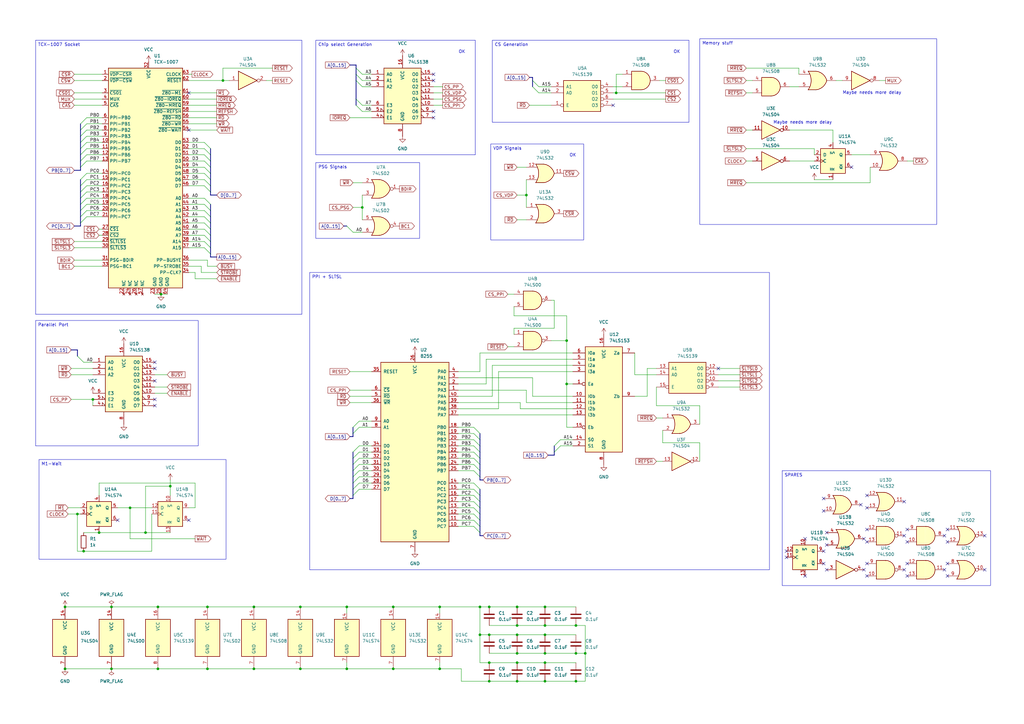
<source format=kicad_sch>
(kicad_sch (version 20231120) (generator "eeschema") (generator_version "8.0")
  (paper "A3")
  (title_block (title "Toshiba TCX 1007 Replacement") (date "2024-10-27") (rev "0"))
  (junction (at 223.52 279.4))
  (junction (at 91.44 33.02))
  (junction (at 31.75 210.82))
  (junction (at 161.29 274.32))
  (junction (at 180.34 248.92))
  (junction (at 66.04 120.65))
  (junction (at 59.69 218.44))
  (junction (at 223.52 248.92))
  (junction (at 236.22 279.4))
  (junction (at 69.85 199.39))
  (junction (at 34.29 226.06))
  (junction (at 200.66 271.78))
  (junction (at 236.22 267.97))
  (junction (at 85.09 274.32))
  (junction (at 64.77 248.92))
  (junction (at 212.09 260.35))
  (junction (at 200.66 248.92))
  (junction (at 26.67 248.92))
  (junction (at 212.09 256.54))
  (junction (at 200.66 260.35))
  (junction (at 142.24 248.92))
  (junction (at 161.29 248.92))
  (junction (at 142.24 274.32))
  (junction (at 123.19 274.32))
  (junction (at 223.52 267.97))
  (junction (at 223.52 260.35))
  (junction (at 45.72 248.92))
  (junction (at 104.14 248.92))
  (junction (at 212.09 248.92))
  (junction (at 123.19 248.92))
  (junction (at 236.22 256.54))
  (junction (at 240.03 267.97))
  (junction (at 40.64 218.44))
  (junction (at 38.1 163.83))
  (junction (at 212.09 279.4))
  (junction (at 45.72 274.32))
  (junction (at 196.85 248.92))
  (junction (at 212.09 271.78))
  (junction (at 223.52 271.78))
  (junction (at 212.09 267.97))
  (junction (at 53.34 208.28))
  (junction (at 252.73 38.1))
  (junction (at 85.09 248.92))
  (junction (at 26.67 274.32))
  (junction (at 200.66 279.4))
  (junction (at 232.41 139.7))
  (junction (at 215.9 80.01))
  (junction (at 232.41 157.48))
  (junction (at 223.52 256.54))
  (junction (at 196.85 260.35))
  (junction (at 64.77 274.32))
  (junction (at 180.34 274.32))
  (junction (at 148.59 85.09))
  (junction (at 104.14 274.32))
  (no_connect (at 354.33 233.68))
  (no_connect (at 354.33 220.98))
  (no_connect (at 372.11 236.22))
  (no_connect (at 77.47 38.1))
  (no_connect (at 177.8 45.72))
  (no_connect (at 388.62 231.14))
  (no_connect (at 63.5 156.21))
  (no_connect (at 388.62 222.25))
  (no_connect (at 337.82 209.55))
  (no_connect (at 370.84 219.71))
  (no_connect (at 337.82 204.47))
  (no_connect (at 370.84 233.68))
  (no_connect (at 339.09 218.44))
  (no_connect (at 330.2 236.22))
  (no_connect (at 63.5 163.83))
  (no_connect (at 403.86 233.68))
  (no_connect (at 330.2 220.98))
  (no_connect (at 63.5 166.37))
  (no_connect (at 388.62 217.17))
  (no_connect (at 63.5 151.13))
  (no_connect (at 372.11 217.17))
  (no_connect (at 372.11 231.14))
  (no_connect (at 339.09 223.52))
  (no_connect (at 387.35 219.71))
  (no_connect (at 294.64 151.13))
  (no_connect (at 339.09 233.68))
  (no_connect (at 63.5 148.59))
  (no_connect (at 251.46 43.18))
  (no_connect (at 337.82 231.14))
  (no_connect (at 372.11 222.25))
  (no_connect (at 355.6 217.17))
  (no_connect (at 370.84 205.74))
  (no_connect (at 355.6 222.25))
  (no_connect (at 177.8 33.02))
  (no_connect (at 322.58 226.06))
  (no_connect (at 48.26 213.36))
  (no_connect (at 388.62 236.22))
  (no_connect (at 387.35 233.68))
  (no_connect (at 177.8 48.26))
  (no_connect (at 349.25 68.58))
  (no_connect (at 322.58 228.6))
  (no_connect (at 177.8 30.48))
  (no_connect (at 403.86 219.71))
  (no_connect (at 77.47 53.34))
  (no_connect (at 355.6 236.22))
  (no_connect (at 355.6 208.28))
  (no_connect (at 355.6 231.14))
  (no_connect (at 77.47 213.36))
  (no_connect (at 337.82 226.06))
  (no_connect (at 355.6 203.2))
  (no_connect (at 353.06 207.01))
  (bus_entry (at 229.87 182.88) (size -2.54 2.54))
  (bus_entry (at 194.31 177.8) (size 2.54 2.54))
  (bus_entry (at 83.82 73.66) (size 2.54 2.54))
  (bus_entry (at 194.31 213.36) (size 2.54 2.54))
  (bus_entry (at 194.31 187.96) (size 2.54 2.54))
  (bus_entry (at 83.82 68.58) (size 2.54 2.54))
  (bus_entry (at 194.31 205.74) (size 2.54 2.54))
  (bus_entry (at 148.59 35.56) (size -2.54 -2.54))
  (bus_entry (at 147.32 200.66) (size -2.54 2.54))
  (bus_entry (at 194.31 193.04) (size 2.54 2.54))
  (bus_entry (at 194.31 208.28) (size 2.54 2.54))
  (bus_entry (at 194.31 175.26) (size 2.54 2.54))
  (bus_entry (at 35.56 50.8) (size -2.54 2.54))
  (bus_entry (at 144.78 95.25) (size -2.54 -2.54))
  (bus_entry (at 35.56 73.66) (size -2.54 2.54))
  (bus_entry (at 194.31 215.9) (size 2.54 2.54))
  (bus_entry (at 83.82 71.12) (size 2.54 2.54))
  (bus_entry (at 83.82 99.06) (size 2.54 2.54))
  (bus_entry (at 35.56 48.26) (size -2.54 2.54))
  (bus_entry (at 147.32 193.04) (size -2.54 2.54))
  (bus_entry (at 148.59 45.72) (size -2.54 -2.54))
  (bus_entry (at 194.31 185.42) (size 2.54 2.54))
  (bus_entry (at 194.31 203.2) (size 2.54 2.54))
  (bus_entry (at 83.82 66.04) (size 2.54 2.54))
  (bus_entry (at 35.56 88.9) (size -2.54 2.54))
  (bus_entry (at 194.31 180.34) (size 2.54 2.54))
  (bus_entry (at 35.56 83.82) (size -2.54 2.54))
  (bus_entry (at 148.59 33.02) (size -2.54 -2.54))
  (bus_entry (at 194.31 210.82) (size 2.54 2.54))
  (bus_entry (at 220.98 35.56) (size -2.54 -2.54))
  (bus_entry (at 83.82 63.5) (size 2.54 2.54))
  (bus_entry (at 35.56 78.74) (size -2.54 2.54))
  (bus_entry (at 147.32 190.5) (size -2.54 2.54))
  (bus_entry (at 83.82 83.82) (size 2.54 2.54))
  (bus_entry (at 83.82 58.42) (size 2.54 2.54))
  (bus_entry (at 35.56 58.42) (size -2.54 2.54))
  (bus_entry (at 194.31 182.88) (size 2.54 2.54))
  (bus_entry (at 229.87 180.34) (size -2.54 2.54))
  (bus_entry (at 147.32 187.96) (size -2.54 2.54))
  (bus_entry (at 147.32 172.72) (size -2.54 2.54))
  (bus_entry (at 148.59 43.18) (size -2.54 -2.54))
  (bus_entry (at 35.56 76.2) (size -2.54 2.54))
  (bus_entry (at 194.31 198.12) (size 2.54 2.54))
  (bus_entry (at 35.56 86.36) (size -2.54 2.54))
  (bus_entry (at 34.29 148.59) (size -2.54 -2.54))
  (bus_entry (at 220.98 38.1) (size -2.54 -2.54))
  (bus_entry (at 83.82 101.6) (size 2.54 2.54))
  (bus_entry (at 83.82 76.2) (size 2.54 2.54))
  (bus_entry (at 83.82 88.9) (size 2.54 2.54))
  (bus_entry (at 83.82 81.28) (size 2.54 2.54))
  (bus_entry (at 147.32 195.58) (size -2.54 2.54))
  (bus_entry (at 83.82 93.98) (size 2.54 2.54))
  (bus_entry (at 83.82 91.44) (size 2.54 2.54))
  (bus_entry (at 35.56 71.12) (size -2.54 2.54))
  (bus_entry (at 35.56 66.04) (size -2.54 2.54))
  (bus_entry (at 147.32 175.26) (size -2.54 2.54))
  (bus_entry (at 148.59 30.48) (size -2.54 -2.54))
  (bus_entry (at 147.32 182.88) (size -2.54 2.54))
  (bus_entry (at 35.56 55.88) (size -2.54 2.54))
  (bus_entry (at 35.56 53.34) (size -2.54 2.54))
  (bus_entry (at 144.78 187.96) (size 2.54 -2.54))
  (bus_entry (at 194.31 200.66) (size 2.54 2.54))
  (bus_entry (at 35.56 81.28) (size -2.54 2.54))
  (bus_entry (at 35.56 63.5) (size -2.54 2.54))
  (bus_entry (at 147.32 198.12) (size -2.54 2.54))
  (bus_entry (at 194.31 190.5) (size 2.54 2.54))
  (bus_entry (at 35.56 60.96) (size -2.54 2.54))
  (bus_entry (at 83.82 60.96) (size 2.54 2.54))
  (bus_entry (at 83.82 96.52) (size 2.54 2.54))
  (bus_entry (at 83.82 86.36) (size 2.54 2.54))
  (wire (pts (xy 180.34 271.78) (xy 180.34 274.32)))
  (wire (pts (xy 265.43 151.13) (xy 269.24 151.13)))
  (wire (pts (xy 35.56 48.26) (xy 41.91 48.26)))
  (wire (pts (xy 215.9 160.02) (xy 215.9 165.1)))
  (wire (pts (xy 142.24 274.32) (xy 142.24 271.78)))
  (wire (pts (xy 31.75 210.82) (xy 31.75 226.06)))
  (bus (pts (xy 29.21 143.51) (xy 31.75 143.51)))
  (wire (pts (xy 187.96 165.1) (xy 213.36 165.1)))
  (wire (pts (xy 85.09 248.92) (xy 104.14 248.92)))
  (wire (pts (xy 187.96 157.48) (xy 199.39 157.48)))
  (wire (pts (xy 77.47 68.58) (xy 83.82 68.58)))
  (wire (pts (xy 269.24 171.45) (xy 271.78 171.45)))
  (bus (pts (xy 33.02 81.28) (xy 33.02 83.82)))
  (wire (pts (xy 80.01 114.3) (xy 88.9 114.3)))
  (wire (pts (xy 240.03 279.4) (xy 236.22 279.4)))
  (bus (pts (xy 33.02 92.71) (xy 30.48 92.71)))
  (bus (pts (xy 86.36 83.82) (xy 86.36 86.36)))
  (wire (pts (xy 187.96 190.5) (xy 194.31 190.5)))
  (bus (pts (xy 33.02 55.88) (xy 33.02 58.42)))
  (wire (pts (xy 77.47 88.9) (xy 83.82 88.9)))
  (wire (pts (xy 148.59 33.02) (xy 152.4 33.02)))
  (wire (pts (xy 78.74 30.48) (xy 77.47 30.48)))
  (wire (pts (xy 77.47 83.82) (xy 83.82 83.82)))
  (wire (pts (xy 220.98 38.1) (xy 226.06 38.1)))
  (bus (pts (xy 146.05 43.18) (xy 146.05 40.64)))
  (wire (pts (xy 80.01 111.76) (xy 80.01 114.3)))
  (bus (pts (xy 196.85 218.44) (xy 196.85 219.71)))
  (bus (pts (xy 196.85 185.42) (xy 196.85 187.96)))
  (wire (pts (xy 212.09 80.01) (xy 215.9 80.01)))
  (bus (pts (xy 86.36 60.96) (xy 86.36 63.5)))
  (bus (pts (xy 196.85 205.74) (xy 196.85 208.28)))
  (wire (pts (xy 177.8 40.64) (xy 181.61 40.64)))
  (wire (pts (xy 187.96 162.56) (xy 201.93 162.56)))
  (wire (pts (xy 48.26 208.28) (xy 53.34 208.28)))
  (wire (pts (xy 45.72 248.92) (xy 64.77 248.92)))
  (wire (pts (xy 77.47 71.12) (xy 83.82 71.12)))
  (wire (pts (xy 77.47 101.6) (xy 83.82 101.6)))
  (wire (pts (xy 35.56 71.12) (xy 41.91 71.12)))
  (wire (pts (xy 77.47 58.42) (xy 83.82 58.42)))
  (wire (pts (xy 147.32 200.66) (xy 152.4 200.66)))
  (wire (pts (xy 306.07 74.93) (xy 356.87 74.93)))
  (wire (pts (xy 187.96 210.82) (xy 194.31 210.82)))
  (wire (pts (xy 269.24 166.37) (xy 287.02 166.37)))
  (wire (pts (xy 187.96 180.34) (xy 194.31 180.34)))
  (wire (pts (xy 236.22 267.97) (xy 240.03 267.97)))
  (bus (pts (xy 196.85 215.9) (xy 196.85 218.44)))
  (bus (pts (xy 33.02 86.36) (xy 33.02 88.9)))
  (wire (pts (xy 27.94 210.82) (xy 31.75 210.82)))
  (wire (pts (xy 306.07 33.02) (xy 308.61 33.02)))
  (wire (pts (xy 212.09 90.17) (xy 215.9 90.17)))
  (wire (pts (xy 240.03 256.54) (xy 240.03 267.97)))
  (wire (pts (xy 196.85 271.78) (xy 200.66 271.78)))
  (wire (pts (xy 251.46 40.64) (xy 273.05 40.64)))
  (wire (pts (xy 34.29 148.59) (xy 38.1 148.59)))
  (wire (pts (xy 64.77 248.92) (xy 85.09 248.92)))
  (wire (pts (xy 77.47 99.06) (xy 83.82 99.06)))
  (wire (pts (xy 251.46 35.56) (xy 255.27 35.56)))
  (wire (pts (xy 177.8 43.18) (xy 181.61 43.18)))
  (wire (pts (xy 77.47 53.34) (xy 88.9 53.34)))
  (wire (pts (xy 77.47 106.68) (xy 85.09 106.68)))
  (bus (pts (xy 33.02 63.5) (xy 33.02 66.04)))
  (wire (pts (xy 144.78 74.93) (xy 148.59 74.93)))
  (bus (pts (xy 86.36 66.04) (xy 86.36 68.58)))
  (wire (pts (xy 35.56 88.9) (xy 41.91 88.9)))
  (bus (pts (xy 86.36 99.06) (xy 86.36 101.6)))
  (bus (pts (xy 86.36 86.36) (xy 86.36 88.9)))
  (wire (pts (xy 82.55 111.76) (xy 88.9 111.76)))
  (wire (pts (xy 147.32 175.26) (xy 152.4 175.26)))
  (wire (pts (xy 341.63 53.34) (xy 341.63 58.42)))
  (bus (pts (xy 144.78 204.47) (xy 144.78 203.2)))
  (wire (pts (xy 323.85 35.56) (xy 327.66 35.56)))
  (wire (pts (xy 35.56 78.74) (xy 41.91 78.74)))
  (bus (pts (xy 86.36 105.41) (xy 88.9 105.41)))
  (bus (pts (xy 144.78 198.12) (xy 144.78 200.66)))
  (wire (pts (xy 215.9 73.66) (xy 215.9 80.01)))
  (bus (pts (xy 146.05 33.02) (xy 146.05 30.48)))
  (bus (pts (xy 144.78 185.42) (xy 144.78 187.96)))
  (wire (pts (xy 26.67 248.92) (xy 45.72 248.92)))
  (wire (pts (xy 40.64 198.12) (xy 40.64 203.2)))
  (wire (pts (xy 144.78 85.09) (xy 148.59 85.09)))
  (wire (pts (xy 77.47 50.8) (xy 88.9 50.8)))
  (wire (pts (xy 77.47 73.66) (xy 83.82 73.66)))
  (wire (pts (xy 35.56 50.8) (xy 41.91 50.8)))
  (bus (pts (xy 196.85 182.88) (xy 196.85 185.42)))
  (wire (pts (xy 204.47 167.64) (xy 204.47 152.4)))
  (wire (pts (xy 236.22 279.4) (xy 223.52 279.4)))
  (wire (pts (xy 187.96 160.02) (xy 215.9 160.02)))
  (wire (pts (xy 77.47 76.2) (xy 83.82 76.2)))
  (wire (pts (xy 223.52 271.78) (xy 236.22 271.78)))
  (wire (pts (xy 212.09 271.78) (xy 223.52 271.78)))
  (wire (pts (xy 29.21 163.83) (xy 38.1 163.83)))
  (bus (pts (xy 196.85 210.82) (xy 196.85 213.36)))
  (wire (pts (xy 187.96 154.94) (xy 218.44 154.94)))
  (bus (pts (xy 33.02 78.74) (xy 33.02 81.28)))
  (wire (pts (xy 232.41 175.26) (xy 232.41 157.48)))
  (wire (pts (xy 187.96 152.4) (xy 196.85 152.4)))
  (wire (pts (xy 306.07 60.96) (xy 334.01 60.96)))
  (wire (pts (xy 63.5 120.65) (xy 66.04 120.65)))
  (wire (pts (xy 30.48 33.02) (xy 41.91 33.02)))
  (wire (pts (xy 271.78 181.61) (xy 287.02 181.61)))
  (wire (pts (xy 323.85 66.04) (xy 334.01 66.04)))
  (wire (pts (xy 53.34 208.28) (xy 62.23 208.28)))
  (bus (pts (xy 33.02 88.9) (xy 33.02 91.44)))
  (wire (pts (xy 180.34 248.92) (xy 180.34 251.46)))
  (wire (pts (xy 236.22 256.54) (xy 240.03 256.54)))
  (wire (pts (xy 77.47 81.28) (xy 83.82 81.28)))
  (wire (pts (xy 270.51 33.02) (xy 273.05 33.02)))
  (wire (pts (xy 69.85 199.39) (xy 59.69 199.39)))
  (wire (pts (xy 215.9 80.01) (xy 215.9 85.09)))
  (wire (pts (xy 255.27 30.48) (xy 252.73 30.48)))
  (wire (pts (xy 80.01 208.28) (xy 80.01 198.12)))
  (bus (pts (xy 86.36 71.12) (xy 86.36 73.66)))
  (wire (pts (xy 77.47 86.36) (xy 83.82 86.36)))
  (wire (pts (xy 232.41 139.7) (xy 232.41 157.48)))
  (wire (pts (xy 200.66 260.35) (xy 212.09 260.35)))
  (wire (pts (xy 177.8 38.1) (xy 181.61 38.1)))
  (wire (pts (xy 64.77 274.32) (xy 85.09 274.32)))
  (bus (pts (xy 196.85 177.8) (xy 196.85 180.34)))
  (wire (pts (xy 59.69 218.44) (xy 69.85 218.44)))
  (bus (pts (xy 33.02 76.2) (xy 33.02 78.74)))
  (wire (pts (xy 234.95 175.26) (xy 232.41 175.26)))
  (wire (pts (xy 109.22 33.02) (xy 111.76 33.02)))
  (wire (pts (xy 204.47 152.4) (xy 234.95 152.4)))
  (wire (pts (xy 63.5 161.29) (xy 68.58 161.29)))
  (wire (pts (xy 187.96 170.18) (xy 234.95 170.18)))
  (wire (pts (xy 77.47 91.44) (xy 83.82 91.44)))
  (wire (pts (xy 143.51 160.02) (xy 152.4 160.02)))
  (wire (pts (xy 229.87 180.34) (xy 234.95 180.34)))
  (wire (pts (xy 260.35 153.67) (xy 269.24 153.67)))
  (wire (pts (xy 148.59 35.56) (xy 152.4 35.56)))
  (bus (pts (xy 224.79 186.69) (xy 227.33 186.69)))
  (wire (pts (xy 323.85 53.34) (xy 341.63 53.34)))
  (wire (pts (xy 147.32 198.12) (xy 152.4 198.12)))
  (wire (pts (xy 260.35 144.78) (xy 260.35 153.67)))
  (wire (pts (xy 210.82 134.62) (xy 210.82 137.16)))
  (wire (pts (xy 342.9 33.02) (xy 345.44 33.02)))
  (wire (pts (xy 35.56 53.34) (xy 41.91 53.34)))
  (wire (pts (xy 77.47 93.98) (xy 83.82 93.98)))
  (bus (pts (xy 144.78 193.04) (xy 144.78 195.58)))
  (wire (pts (xy 187.96 177.8) (xy 194.31 177.8)))
  (wire (pts (xy 306.07 38.1) (xy 308.61 38.1)))
  (wire (pts (xy 196.85 248.92) (xy 200.66 248.92)))
  (wire (pts (xy 229.87 182.88) (xy 234.95 182.88)))
  (bus (pts (xy 196.85 203.2) (xy 196.85 205.74)))
  (wire (pts (xy 252.73 38.1) (xy 273.05 38.1)))
  (wire (pts (xy 196.85 144.78) (xy 234.95 144.78)))
  (bus (pts (xy 196.85 208.28) (xy 196.85 210.82)))
  (wire (pts (xy 227.33 134.62) (xy 210.82 134.62)))
  (wire (pts (xy 187.96 198.12) (xy 194.31 198.12)))
  (wire (pts (xy 91.44 33.02) (xy 93.98 33.02)))
  (wire (pts (xy 260.35 162.56) (xy 265.43 162.56)))
  (wire (pts (xy 294.64 153.67) (xy 303.53 153.67)))
  (wire (pts (xy 196.85 260.35) (xy 200.66 260.35)))
  (wire (pts (xy 217.17 43.18) (xy 226.06 43.18)))
  (bus (pts (xy 146.05 40.64) (xy 146.05 33.02)))
  (wire (pts (xy 148.59 30.48) (xy 152.4 30.48)))
  (bus (pts (xy 146.05 30.48) (xy 146.05 27.94)))
  (wire (pts (xy 180.34 248.92) (xy 196.85 248.92)))
  (wire (pts (xy 148.59 80.01) (xy 148.59 85.09)))
  (wire (pts (xy 53.34 208.28) (xy 53.34 220.98)))
  (wire (pts (xy 45.72 274.32) (xy 64.77 274.32)))
  (wire (pts (xy 252.73 30.48) (xy 252.73 38.1)))
  (wire (pts (xy 123.19 274.32) (xy 142.24 274.32)))
  (wire (pts (xy 34.29 226.06) (xy 62.23 226.06)))
  (wire (pts (xy 31.75 210.82) (xy 33.02 210.82)))
  (wire (pts (xy 306.07 53.34) (xy 308.61 53.34)))
  (wire (pts (xy 187.96 215.9) (xy 194.31 215.9)))
  (wire (pts (xy 180.34 274.32) (xy 189.23 274.32)))
  (wire (pts (xy 212.09 68.58) (xy 215.9 68.58)))
  (wire (pts (xy 69.85 196.85) (xy 69.85 199.39)))
  (wire (pts (xy 77.47 96.52) (xy 83.82 96.52)))
  (wire (pts (xy 35.56 83.82) (xy 41.91 83.82)))
  (wire (pts (xy 77.47 45.72) (xy 88.9 45.72)))
  (bus (pts (xy 196.85 213.36) (xy 196.85 215.9)))
  (bus (pts (xy 86.36 104.14) (xy 86.36 105.41)))
  (wire (pts (xy 147.32 182.88) (xy 152.4 182.88)))
  (wire (pts (xy 35.56 81.28) (xy 41.91 81.28)))
  (wire (pts (xy 30.48 101.6) (xy 41.91 101.6)))
  (bus (pts (xy 196.85 196.85) (xy 198.12 196.85)))
  (wire (pts (xy 30.48 43.18) (xy 41.91 43.18)))
  (wire (pts (xy 187.96 182.88) (xy 194.31 182.88)))
  (wire (pts (xy 38.1 163.83) (xy 38.1 166.37)))
  (wire (pts (xy 69.85 203.2) (xy 69.85 199.39)))
  (bus (pts (xy 33.02 60.96) (xy 33.02 63.5)))
  (bus (pts (xy 31.75 146.05) (xy 31.75 143.51)))
  (wire (pts (xy 356.87 74.93) (xy 356.87 68.58)))
  (bus (pts (xy 33.02 53.34) (xy 33.02 55.88)))
  (wire (pts (xy 201.93 149.86) (xy 234.95 149.86)))
  (wire (pts (xy 212.09 267.97) (xy 223.52 267.97)))
  (wire (pts (xy 200.66 256.54) (xy 212.09 256.54)))
  (wire (pts (xy 200.66 279.4) (xy 189.23 279.4)))
  (wire (pts (xy 30.48 30.48) (xy 41.91 30.48)))
  (bus (pts (xy 196.85 193.04) (xy 196.85 195.58)))
  (wire (pts (xy 200.66 267.97) (xy 212.09 267.97)))
  (wire (pts (xy 111.76 27.94) (xy 91.44 27.94)))
  (bus (pts (xy 86.36 88.9) (xy 86.36 91.44)))
  (bus (pts (xy 146.05 27.94) (xy 146.05 26.67)))
  (wire (pts (xy 223.52 267.97) (xy 236.22 267.97)))
  (bus (pts (xy 143.51 179.07) (xy 144.78 179.07)))
  (wire (pts (xy 77.47 40.64) (xy 88.9 40.64)))
  (wire (pts (xy 59.69 199.39) (xy 59.69 218.44)))
  (wire (pts (xy 35.56 55.88) (xy 41.91 55.88)))
  (wire (pts (xy 226.06 123.19) (xy 227.33 123.19)))
  (wire (pts (xy 189.23 279.4) (xy 189.23 274.32)))
  (wire (pts (xy 213.36 165.1) (xy 213.36 167.64)))
  (wire (pts (xy 35.56 76.2) (xy 41.91 76.2)))
  (wire (pts (xy 210.82 129.54) (xy 232.41 129.54)))
  (wire (pts (xy 187.96 203.2) (xy 194.31 203.2)))
  (bus (pts (xy 144.78 200.66) (xy 144.78 203.2)))
  (wire (pts (xy 218.44 154.94) (xy 218.44 162.56)))
  (wire (pts (xy 223.52 248.92) (xy 236.22 248.92)))
  (bus (pts (xy 140.97 92.71) (xy 142.24 92.71)))
  (wire (pts (xy 294.64 158.75) (xy 303.53 158.75)))
  (wire (pts (xy 147.32 195.58) (xy 152.4 195.58)))
  (wire (pts (xy 199.39 157.48) (xy 199.39 147.32)))
  (wire (pts (xy 80.01 208.28) (xy 77.47 208.28)))
  (wire (pts (xy 143.51 48.26) (xy 152.4 48.26)))
  (wire (pts (xy 35.56 66.04) (xy 41.91 66.04)))
  (wire (pts (xy 200.66 271.78) (xy 212.09 271.78)))
  (wire (pts (xy 34.29 218.44) (xy 40.64 218.44)))
  (wire (pts (xy 147.32 185.42) (xy 152.4 185.42)))
  (wire (pts (xy 35.56 60.96) (xy 41.91 60.96)))
  (wire (pts (xy 27.94 208.28) (xy 33.02 208.28)))
  (wire (pts (xy 223.52 279.4) (xy 212.09 279.4)))
  (wire (pts (xy 143.51 152.4) (xy 152.4 152.4)))
  (wire (pts (xy 30.48 99.06) (xy 41.91 99.06)))
  (wire (pts (xy 212.09 248.92) (xy 223.52 248.92)))
  (wire (pts (xy 40.64 93.98) (xy 41.91 93.98)))
  (wire (pts (xy 35.56 63.5) (xy 41.91 63.5)))
  (bus (pts (xy 33.02 68.58) (xy 33.02 69.85)))
  (bus (pts (xy 227.33 185.42) (xy 227.33 186.69)))
  (bus (pts (xy 143.51 26.67) (xy 146.05 26.67)))
  (wire (pts (xy 232.41 157.48) (xy 234.95 157.48)))
  (bus (pts (xy 33.02 58.42) (xy 33.02 60.96)))
  (bus (pts (xy 86.36 73.66) (xy 86.36 76.2)))
  (wire (pts (xy 294.64 151.13) (xy 303.53 151.13)))
  (wire (pts (xy 142.24 274.32) (xy 161.29 274.32)))
  (wire (pts (xy 147.32 187.96) (xy 152.4 187.96)))
  (wire (pts (xy 212.09 279.4) (xy 200.66 279.4)))
  (bus (pts (xy 218.44 35.56) (xy 218.44 33.02)))
  (wire (pts (xy 40.64 96.52) (xy 41.91 96.52)))
  (wire (pts (xy 334.01 60.96) (xy 334.01 63.5)))
  (wire (pts (xy 271.78 176.53) (xy 271.78 181.61)))
  (bus (pts (xy 144.78 187.96) (xy 144.78 190.5)))
  (wire (pts (xy 147.32 190.5) (xy 152.4 190.5)))
  (wire (pts (xy 91.44 27.94) (xy 91.44 33.02)))
  (bus (pts (xy 143.51 204.47) (xy 144.78 204.47)))
  (wire (pts (xy 187.96 205.74) (xy 194.31 205.74)))
  (wire (pts (xy 142.24 248.92) (xy 161.29 248.92)))
  (bus (pts (xy 33.02 50.8) (xy 33.02 53.34)))
  (wire (pts (xy 212.09 256.54) (xy 223.52 256.54)))
  (wire (pts (xy 208.28 142.24) (xy 210.82 142.24)))
  (wire (pts (xy 187.96 213.36) (xy 194.31 213.36)))
  (bus (pts (xy 33.02 83.82) (xy 33.02 86.36)))
  (wire (pts (xy 187.96 187.96) (xy 194.31 187.96)))
  (wire (pts (xy 265.43 162.56) (xy 265.43 151.13)))
  (bus (pts (xy 144.78 190.5) (xy 144.78 193.04)))
  (wire (pts (xy 196.85 152.4) (xy 196.85 144.78)))
  (wire (pts (xy 212.09 260.35) (xy 223.52 260.35)))
  (bus (pts (xy 86.36 91.44) (xy 86.36 93.98)))
  (wire (pts (xy 29.21 153.67) (xy 38.1 153.67)))
  (wire (pts (xy 177.8 35.56) (xy 181.61 35.56)))
  (wire (pts (xy 143.51 162.56) (xy 152.4 162.56)))
  (bus (pts (xy 144.78 195.58) (xy 144.78 198.12)))
  (wire (pts (xy 223.52 260.35) (xy 236.22 260.35)))
  (wire (pts (xy 196.85 260.35) (xy 196.85 271.78)))
  (wire (pts (xy 85.09 274.32) (xy 104.14 274.32)))
  (wire (pts (xy 294.64 156.21) (xy 303.53 156.21)))
  (wire (pts (xy 218.44 162.56) (xy 234.95 162.56)))
  (wire (pts (xy 161.29 274.32) (xy 180.34 274.32)))
  (wire (pts (xy 187.96 208.28) (xy 194.31 208.28)))
  (bus (pts (xy 227.33 182.88) (xy 227.33 185.42)))
  (bus (pts (xy 144.78 175.26) (xy 144.78 177.8)))
  (wire (pts (xy 30.48 40.64) (xy 41.91 40.64)))
  (wire (pts (xy 187.96 200.66) (xy 194.31 200.66)))
  (wire (pts (xy 26.67 274.32) (xy 45.72 274.32)))
  (bus (pts (xy 30.48 69.85) (xy 33.02 69.85)))
  (bus (pts (xy 86.36 93.98) (xy 86.36 96.52)))
  (wire (pts (xy 360.68 33.02) (xy 363.22 33.02)))
  (wire (pts (xy 327.66 27.94) (xy 327.66 30.48)))
  (wire (pts (xy 213.36 167.64) (xy 234.95 167.64)))
  (wire (pts (xy 287.02 166.37) (xy 287.02 173.99)))
  (wire (pts (xy 62.23 226.06) (xy 62.23 210.82)))
  (wire (pts (xy 210.82 125.73) (xy 210.82 129.54)))
  (wire (pts (xy 63.5 153.67) (xy 68.58 153.67)))
  (wire (pts (xy 77.47 63.5) (xy 83.82 63.5)))
  (wire (pts (xy 77.47 109.22) (xy 82.55 109.22)))
  (wire (pts (xy 85.09 109.22) (xy 88.9 109.22)))
  (wire (pts (xy 80.01 198.12) (xy 40.64 198.12)))
  (wire (pts (xy 240.03 267.97) (xy 240.03 279.4)))
  (wire (pts (xy 63.5 158.75) (xy 68.58 158.75)))
  (wire (pts (xy 372.11 66.04) (xy 374.65 66.04)))
  (wire (pts (xy 334.01 73.66) (xy 341.63 73.66)))
  (wire (pts (xy 232.41 129.54) (xy 232.41 139.7)))
  (wire (pts (xy 201.93 149.86) (xy 201.93 162.56)))
  (wire (pts (xy 144.78 95.25) (xy 148.59 95.25)))
  (wire (pts (xy 269.24 158.75) (xy 269.24 166.37)))
  (wire (pts (xy 77.47 111.76) (xy 80.01 111.76)))
  (bus (pts (xy 196.85 219.71) (xy 198.12 219.71)))
  (wire (pts (xy 30.48 109.22) (xy 41.91 109.22)))
  (bus (pts (xy 33.02 92.71) (xy 33.02 91.44)))
  (wire (pts (xy 148.59 45.72) (xy 152.4 45.72)))
  (wire (pts (xy 77.47 48.26) (xy 88.9 48.26)))
  (bus (pts (xy 33.02 73.66) (xy 33.02 76.2)))
  (wire (pts (xy 187.96 175.26) (xy 194.31 175.26)))
  (wire (pts (xy 306.07 27.94) (xy 327.66 27.94)))
  (wire (pts (xy 142.24 248.92) (xy 142.24 251.46)))
  (wire (pts (xy 226.06 139.7) (xy 232.41 139.7)))
  (wire (pts (xy 104.14 248.92) (xy 123.19 248.92)))
  (wire (pts (xy 29.21 151.13) (xy 38.1 151.13)))
  (wire (pts (xy 269.24 189.23) (xy 271.78 189.23)))
  (bus (pts (xy 196.85 187.96) (xy 196.85 190.5)))
  (bus (pts (xy 144.78 177.8) (xy 144.78 179.07)))
  (bus (pts (xy 86.36 101.6) (xy 86.36 104.14)))
  (bus (pts (xy 217.17 31.75) (xy 218.44 31.75)))
  (bus (pts (xy 196.85 196.85) (xy 196.85 195.58)))
  (wire (pts (xy 123.19 248.92) (xy 142.24 248.92)))
  (wire (pts (xy 77.47 33.02) (xy 91.44 33.02)))
  (wire (pts (xy 147.32 172.72) (xy 152.4 172.72)))
  (wire (pts (xy 199.39 147.32) (xy 234.95 147.32)))
  (bus (pts (xy 86.36 63.5) (xy 86.36 66.04)))
  (wire (pts (xy 35.56 73.66) (xy 41.91 73.66)))
  (bus (pts (xy 86.36 68.58) (xy 86.36 71.12)))
  (wire (pts (xy 77.47 66.04) (xy 83.82 66.04)))
  (bus (pts (xy 218.44 33.02) (xy 218.44 31.75)))
  (wire (pts (xy 35.56 58.42) (xy 41.91 58.42)))
  (wire (pts (xy 196.85 248.92) (xy 196.85 260.35)))
  (bus (pts (xy 196.85 200.66) (xy 196.85 203.2)))
  (wire (pts (xy 77.47 43.18) (xy 88.9 43.18)))
  (wire (pts (xy 251.46 38.1) (xy 252.73 38.1)))
  (bus (pts (xy 196.85 180.34) (xy 196.85 182.88)))
  (wire (pts (xy 148.59 43.18) (xy 152.4 43.18)))
  (wire (pts (xy 227.33 123.19) (xy 227.33 134.62)))
  (bus (pts (xy 86.36 80.01) (xy 88.9 80.01)))
  (bus (pts (xy 196.85 190.5) (xy 196.85 193.04)))
  (wire (pts (xy 77.47 60.96) (xy 83.82 60.96)))
  (wire (pts (xy 104.14 274.32) (xy 123.19 274.32)))
  (bus (pts (xy 86.36 78.74) (xy 86.36 80.01)))
  (wire (pts (xy 306.07 66.04) (xy 308.61 66.04)))
  (wire (pts (xy 220.98 35.56) (xy 226.06 35.56)))
  (bus (pts (xy 33.02 66.04) (xy 33.02 68.58)))
  (wire (pts (xy 30.48 106.68) (xy 41.91 106.68)))
  (wire (pts (xy 349.25 63.5) (xy 356.87 63.5)))
  (wire (pts (xy 187.96 167.64) (xy 204.47 167.64)))
  (wire (pts (xy 66.04 120.65) (xy 68.58 120.65)))
  (wire (pts (xy 215.9 165.1) (xy 234.95 165.1)))
  (bus (pts (xy 86.36 76.2) (xy 86.36 78.74)))
  (wire (pts (xy 161.29 248.92) (xy 180.34 248.92)))
  (wire (pts (xy 148.59 85.09) (xy 148.59 90.17)))
  (wire (pts (xy 287.02 181.61) (xy 287.02 189.23)))
  (bus (pts (xy 86.36 96.52) (xy 86.36 99.06)))
  (wire (pts (xy 40.64 218.44) (xy 59.69 218.44)))
  (wire (pts (xy 208.28 120.65) (xy 210.82 120.65)))
  (wire (pts (xy 82.55 109.22) (xy 82.55 111.76)))
  (wire (pts (xy 77.47 38.1) (xy 88.9 38.1)))
  (wire (pts (xy 85.09 106.68) (xy 85.09 109.22)))
  (wire (pts (xy 30.48 38.1) (xy 41.91 38.1)))
  (wire (pts (xy 147.32 193.04) (xy 152.4 193.04)))
  (wire (pts (xy 187.96 185.42) (xy 194.31 185.42)))
  (wire (pts (xy 53.34 220.98) (xy 80.01 220.98)))
  (wire (pts (xy 223.52 256.54) (xy 236.22 256.54)))
  (wire (pts (xy 187.96 193.04) (xy 194.31 193.04)))
  (wire (pts (xy 200.66 248.92) (xy 212.09 248.92)))
  (wire (pts (xy 35.56 86.36) (xy 41.91 86.36)))
  (wire (pts (xy 31.75 226.06) (xy 34.29 226.06)))
  (wire (pts (xy 143.51 165.1) (xy 152.4 165.1)))
  (text_box "CS Generation\n" (at 201.93 16.51 0) (size 80.645 33.655) (effects (font (size 1.27 1.27)) (justify left top)))
  (text_box "Memory stuff" (at 287.02 15.875 0) (size 97.155 76.2) (effects (font (size 1.27 1.27)) (justify left top)))
  (text_box "TCX-1007 Socket\n" (at 14.605 16.51 0) (size 109.22 112.395) (effects (font (size 1.27 1.27)) (justify left top)))
  (text_box "M1-Wait\n" (at 16.002 188.468 0) (size 76.708 40.894) (effects (font (size 1.27 1.27)) (justify left top)))
  (text_box "VDP Signals\n" (at 201.295 59.055 0) (size 38.1 39.37) (effects (font (size 1.27 1.27)) (justify left top)))
  (text_box "PSG Signals\n" (at 129.54 66.675 0) (size 42.545 31.115) (effects (font (size 1.27 1.27)) (justify left top)))
  (text_box "PPI + SLTSL" (at 127 111.76 0) (size 188.595 121.92) (effects (font (size 1.27 1.27)) (justify left top)))
  (text_box "SPARES\n" (at 320.802 193.04 0) (size 85.471 47.117) (effects (font (size 1.27 1.27)) (justify left top)))
  (text_box "Chip select Generation\n\n" (at 129.54 16.51 0) (size 65.405 46.99) (effects (font (size 1.27 1.27)) (justify left top)))
  (text_box "Parallel Port\n" (at 14.605 131.445 0) (size 66.675 51.435) (effects (font (size 1.27 1.27)) (justify left top)))
  (text "OK\n" (at 234.95 63.754 0) (effects (font (size 1.27 1.27))))
  (text "OK\n" (at 277.622 21.336 0) (effects (font (size 1.27 1.27))))
  (text "OK\n" (at 189.484 21.336 0) (effects (font (size 1.27 1.27))))
  (text "Maybe needs more delay" (at 329.184 50.292 0) (effects (font (size 1.27 1.27))))
  (text "Maybe needs more delay\n" (at 357.632 38.1 0) (effects (font (size 1.27 1.27))))
  (label "A5" (at 78.74 91.44 0))
  (label "A14" (at 222.25 38.1 0))
  (label "PB6" (at 189.23 190.5 0))
  (label "D7" (at 78.74 76.2 0))
  (label "PC7" (at 36.83 88.9 0))
  (label "PC6" (at 189.23 213.36 0))
  (label "PC3" (at 189.23 205.74 0))
  (label "A0" (at 146.05 95.25 0))
  (label "PC1" (at 189.23 200.66 0))
  (label "A0" (at 148.59 172.72 0))
  (label "A4" (at 149.86 33.02 0))
  (label "A15" (at 231.14 182.88 0))
  (label "D6" (at 148.59 198.12 0))
  (label "PB0" (at 36.83 48.26 0))
  (label "A15" (at 222.25 35.56 0))
  (label "PB1" (at 189.23 177.8 0))
  (label "PB4" (at 189.23 185.42 0))
  (label "D2" (at 148.59 187.96 0))
  (label "PB7" (at 189.23 193.04 0))
  (label "PC5" (at 36.83 83.82 0))
  (label "PB6" (at 36.83 63.5 0))
  (label "PB2" (at 189.23 180.34 0))
  (label "PC0" (at 36.83 71.12 0))
  (label "PB4" (at 36.83 58.42 0))
  (label "A0" (at 35.56 148.59 0))
  (label "PC4" (at 36.83 81.28 0))
  (label "A14" (at 231.14 180.34 0))
  (label "PB3" (at 36.83 55.88 0))
  (label "A6" (at 78.74 93.98 0))
  (label "A4" (at 78.74 88.9 0))
  (label "PC6" (at 36.83 86.36 0))
  (label "PB2" (at 36.83 53.34 0))
  (label "A1" (at 148.59 175.26 0))
  (label "D4" (at 148.59 193.04 0))
  (label "A1" (at 78.74 83.82 0))
  (label "D1" (at 78.74 60.96 0))
  (label "A0" (at 78.74 81.28 0))
  (label "D6" (at 78.74 73.66 0))
  (label "PC5" (at 189.23 210.82 0))
  (label "D0" (at 148.59 182.88 0))
  (label "A6" (at 149.86 45.72 0))
  (label "D7" (at 148.59 200.66 0))
  (label "A3" (at 149.86 30.48 0))
  (label "PB0" (at 189.23 175.26 0))
  (label "D5" (at 148.59 195.58 0))
  (label "PC4" (at 189.23 208.28 0))
  (label "A7" (at 149.86 43.18 0))
  (label "D3" (at 78.74 66.04 0))
  (label "A15" (at 78.74 101.6 0))
  (label "PC2" (at 189.23 203.2 0))
  (label "PB1" (at 36.83 50.8 0))
  (label "PB3" (at 189.23 182.88 0))
  (label "PB5" (at 36.83 60.96 0))
  (label "D3" (at 148.59 190.5 0))
  (label "PC7" (at 189.23 215.9 0))
  (label "D5" (at 78.74 71.12 0))
  (label "D2" (at 78.74 63.5 0))
  (label "A5" (at 149.86 35.56 0))
  (label "PB7" (at 36.83 66.04 0))
  (label "D4" (at 78.74 68.58 0))
  (label "PC2" (at 36.83 76.2 0))
  (label "A3" (at 78.74 86.36 0))
  (label "D0" (at 78.74 58.42 0))
  (label "PC0" (at 189.23 198.12 0))
  (label "PC3" (at 36.83 78.74 0))
  (label "A14" (at 78.74 99.06 0))
  (label "PC1" (at 36.83 73.66 0))
  (label "PB5" (at 189.23 187.96 0))
  (label "A7" (at 78.74 96.52 0))
  (label "D1" (at 148.59 185.42 0))
  (global_label "CS_VDP" (shape input) (at 212.09 80.01 180) (property "Intersheetrefs" "${INTERSHEET_REFS}" (at 202.0291 80.01 0) (effects (justify right))))
  (global_label "~{WR}" (shape input) (at 144.78 74.93 180) (property "Intersheetrefs" "${INTERSHEET_REFS}" (at 139.0734 74.93 0) (effects (justify right))))
  (global_label "~{RD}" (shape output) (at 88.9 48.26 0) (property "Intersheetrefs" "${INTERSHEET_REFS}" (at 94.4252 48.26 0) (effects (justify left))))
  (global_label "~{MREQ}" (shape input) (at 306.07 74.93 180) (property "Intersheetrefs" "${INTERSHEET_REFS}" (at 297.8839 74.93 0) (effects (justify right))))
  (global_label "~{BUSY}" (shape input) (at 68.58 153.67 0) (property "Intersheetrefs" "${INTERSHEET_REFS}" (at 76.4638 153.67 0) (effects (justify left))))
  (global_label "~{RD}" (shape input) (at 143.51 162.56 180) (property "Intersheetrefs" "${INTERSHEET_REFS}" (at 137.9848 162.56 0) (effects (justify right))))
  (global_label "~{CSW}" (shape input) (at 30.48 33.02 180) (property "Intersheetrefs" "${INTERSHEET_REFS}" (at 23.5639 33.02 0) (effects (justify right))))
  (global_label "BDIR" (shape input) (at 30.48 106.68 180) (property "Intersheetrefs" "${INTERSHEET_REFS}" (at 23.08 106.68 0) (effects (justify right))))
  (global_label "~{RD}" (shape input) (at 217.17 43.18 180) (property "Intersheetrefs" "${INTERSHEET_REFS}" (at 211.6448 43.18 0) (effects (justify right))))
  (global_label "A[0..15]" (shape output) (at 88.9 105.41 0) (property "Intersheetrefs" "${INTERSHEET_REFS}" (at 99.5053 105.41 0) (effects (justify left))))
  (global_label "~{REFSH}" (shape output) (at 88.891 45.72 0) (property "Intersheetrefs" "${INTERSHEET_REFS}" (at 97.9238 45.72 0) (effects (justify left))))
  (global_label "~{CAS}" (shape input) (at 30.48 43.18 180) (property "Intersheetrefs" "${INTERSHEET_REFS}" (at 23.9267 43.18 0) (effects (justify right))))
  (global_label "~{WR}" (shape input) (at 29.21 151.13 180) (property "Intersheetrefs" "${INTERSHEET_REFS}" (at 23.5034 151.13 0) (effects (justify right))))
  (global_label "~{CS01}" (shape output) (at 273.05 33.02 0) (property "Intersheetrefs" "${INTERSHEET_REFS}" (at 280.9337 33.02 0) (effects (justify left))))
  (global_label "~{RD}" (shape input) (at 212.09 90.17 180) (property "Intersheetrefs" "${INTERSHEET_REFS}" (at 206.5648 90.17 0) (effects (justify right))))
  (global_label "~{STROBE}" (shape input) (at 68.58 158.75 0) (property "Intersheetrefs" "${INTERSHEET_REFS}" (at 78.7618 158.75 0) (effects (justify left))))
  (global_label "~{SLTSL3}" (shape input) (at 30.48 101.6 180) (property "Intersheetrefs" "${INTERSHEET_REFS}" (at 20.8425 101.6 0) (effects (justify right))))
  (global_label "~{REFSH}" (shape input) (at 306.07 38.1 180) (property "Intersheetrefs" "${INTERSHEET_REFS}" (at 297.0372 38.1 0) (effects (justify right))))
  (global_label "~{MREQ}" (shape output) (at 88.891 43.18 0) (property "Intersheetrefs" "${INTERSHEET_REFS}" (at 97.0771 43.18 0) (effects (justify left))))
  (global_label "~{CS1}" (shape input) (at 40.64 93.98 180) (property "Intersheetrefs" "${INTERSHEET_REFS}" (at 33.9658 93.98 0) (effects (justify right))))
  (global_label "CS_PP" (shape output) (at 181.61 35.56 0) (property "Intersheetrefs" "${INTERSHEET_REFS}" (at 190.5823 35.56 0) (effects (justify left))))
  (global_label "RESET" (shape input) (at 143.51 152.4 180) (property "Intersheetrefs" "${INTERSHEET_REFS}" (at 134.7797 152.4 0) (effects (justify right))))
  (global_label "~{RESET}" (shape input) (at 208.28 142.24 180) (property "Intersheetrefs" "${INTERSHEET_REFS}" (at 199.5497 142.24 0) (effects (justify right))))
  (global_label "~{MREQ}" (shape input) (at 306.07 53.34 180) (property "Intersheetrefs" "${INTERSHEET_REFS}" (at 297.8839 53.34 0) (effects (justify right))))
  (global_label "~{M1}" (shape input) (at 27.94 208.28 180) (property "Intersheetrefs" "${INTERSHEET_REFS}" (at 22.2939 208.28 0) (effects (justify right))))
  (global_label "~{RESET}" (shape output) (at 111.76 27.94 0) (property "Intersheetrefs" "${INTERSHEET_REFS}" (at 120.4903 27.94 0) (effects (justify left))))
  (global_label "PC[0..7]" (shape bidirectional) (at 198.12 219.71 0) (property "Intersheetrefs" "${INTERSHEET_REFS}" (at 210.0785 219.71 0) (effects (justify left))))
  (global_label "~{CS1}" (shape output) (at 273.05 38.1 0) (property "Intersheetrefs" "${INTERSHEET_REFS}" (at 279.7242 38.1 0) (effects (justify left))))
  (global_label "~{IOREQ}" (shape input) (at 143.51 48.26 180) (property "Intersheetrefs" "${INTERSHEET_REFS}" (at 134.84 48.26 0) (effects (justify right))))
  (global_label "~{ENABLE}" (shape input) (at 88.9 114.3 0) (property "Intersheetrefs" "${INTERSHEET_REFS}" (at 98.9004 114.3 0) (effects (justify left))))
  (global_label "A[0..15]" (shape input) (at 143.51 26.67 180) (property "Intersheetrefs" "${INTERSHEET_REFS}" (at 132.9047 26.67 0) (effects (justify right))))
  (global_label "MUX" (shape output) (at 363.22 33.02 0) (property "Intersheetrefs" "${INTERSHEET_REFS}" (at 370.1966 33.02 0) (effects (justify left))))
  (global_label "RESET" (shape output) (at 111.76 33.02 0) (property "Intersheetrefs" "${INTERSHEET_REFS}" (at 120.4903 33.02 0) (effects (justify left))))
  (global_label "D[0..7]" (shape bidirectional) (at 143.51 204.47 180) (property "Intersheetrefs" "${INTERSHEET_REFS}" (at 132.8215 204.47 0) (effects (justify right))))
  (global_label "PC[0..7]" (shape bidirectional) (at 30.48 92.71 180) (property "Intersheetrefs" "${INTERSHEET_REFS}" (at 18.5215 92.71 0) (effects (justify right))))
  (global_label "MUX" (shape input) (at 30.48 40.64 180) (property "Intersheetrefs" "${INTERSHEET_REFS}" (at 23.5034 40.64 0) (effects (justify right))))
  (global_label "CS_PSG" (shape input) (at 144.78 85.09 180) (property "Intersheetrefs" "${INTERSHEET_REFS}" (at 134.5982 85.09 0) (effects (justify right))))
  (global_label "~{SLTSL1}" (shape input) (at 30.48 99.06 180) (property "Intersheetrefs" "${INTERSHEET_REFS}" (at 20.8425 99.06 0) (effects (justify right))))
  (global_label "A[0..15]" (shape input) (at 217.17 31.75 180) (property "Intersheetrefs" "${INTERSHEET_REFS}" (at 206.5647 31.75 0) (effects (justify right))))
  (global_label "CS_PPI" (shape output) (at 181.61 43.18 0) (property "Intersheetrefs" "${INTERSHEET_REFS}" (at 191.1871 43.18 0) (effects (justify left))))
  (global_label "PB[0..7]" (shape bidirectional) (at 30.48 69.85 180) (property "Intersheetrefs" "${INTERSHEET_REFS}" (at 18.5215 69.85 0) (effects (justify right))))
  (global_label "~{WR}" (shape input) (at 143.51 165.1 180) (property "Intersheetrefs" "${INTERSHEET_REFS}" (at 137.8034 165.1 0) (effects (justify right))))
  (global_label "~{MREQ}" (shape input) (at 269.24 171.45 180) (property "Intersheetrefs" "${INTERSHEET_REFS}" (at 261.0539 171.45 0) (effects (justify right))))
  (global_label "~{SLTSL2}" (shape input) (at 306.07 60.96 180) (property "Intersheetrefs" "${INTERSHEET_REFS}" (at 296.4325 60.96 0) (effects (justify right))))
  (global_label "~{IOREQ}" (shape output) (at 88.8975 40.64 0) (property "Intersheetrefs" "${INTERSHEET_REFS}" (at 97.5675 40.64 0) (effects (justify left))))
  (global_label "A[0..15]" (shape input) (at 224.79 186.69 180) (property "Intersheetrefs" "${INTERSHEET_REFS}" (at 214.1847 186.69 0) (effects (justify right))))
  (global_label "~{BUSY}" (shape input) (at 88.9 109.22 0) (property "Intersheetrefs" "${INTERSHEET_REFS}" (at 96.7838 109.22 0) (effects (justify left))))
  (global_label "~{CS2}" (shape output) (at 273.05 40.64 0) (property "Intersheetrefs" "${INTERSHEET_REFS}" (at 279.7242 40.64 0) (effects (justify left))))
  (global_label "~{WR}" (shape output) (at 88.9 50.8 0) (property "Intersheetrefs" "${INTERSHEET_REFS}" (at 94.6066 50.8 0) (effects (justify left))))
  (global_label "A[0..15]" (shape input) (at 143.51 179.07 180) (property "Intersheetrefs" "${INTERSHEET_REFS}" (at 132.9047 179.07 0) (effects (justify right))))
  (global_label "BC1" (shape input) (at 30.48 109.22 180) (property "Intersheetrefs" "${INTERSHEET_REFS}" (at 23.7453 109.22 0) (effects (justify right))))
  (global_label "BC1" (shape output) (at 163.83 92.71 0) (property "Intersheetrefs" "${INTERSHEET_REFS}" (at 170.5647 92.71 0) (effects (justify left))))
  (global_label "~{ENABLE}" (shape input) (at 68.58 161.29 0) (property "Intersheetrefs" "${INTERSHEET_REFS}" (at 78.5804 161.29 0) (effects (justify left))))
  (global_label "~{MREQ}" (shape input) (at 306.07 27.94 180) (property "Intersheetrefs" "${INTERSHEET_REFS}" (at 297.8839 27.94 0) (effects (justify right))))
  (global_label "~{CS2}" (shape input) (at 40.64 96.52 180) (property "Intersheetrefs" "${INTERSHEET_REFS}" (at 33.9658 96.52 0) (effects (justify right))))
  (global_label "~{SLTSL0}" (shape output) (at 303.53 151.13 0) (property "Intersheetrefs" "${INTERSHEET_REFS}" (at 313.1675 151.13 0) (effects (justify left))))
  (global_label "~{CS01}" (shape input) (at 30.48 38.1 180) (property "Intersheetrefs" "${INTERSHEET_REFS}" (at 22.5963 38.1 0) (effects (justify right))))
  (global_label "~{SLTSL2}" (shape input) (at 306.07 33.02 180) (property "Intersheetrefs" "${INTERSHEET_REFS}" (at 296.4325 33.02 0) (effects (justify right))))
  (global_label "~{CSR}" (shape input) (at 30.48 30.48 180) (property "Intersheetrefs" "${INTERSHEET_REFS}" (at 23.7453 30.48 0) (effects (justify right))))
  (global_label "~{REFSH}" (shape input) (at 269.24 189.23 180) (property "Intersheetrefs" "${INTERSHEET_REFS}" (at 260.2072 189.23 0) (effects (justify right))))
  (global_label "~{CSR}" (shape output) (at 231.14 87.63 0) (property "Intersheetrefs" "${INTERSHEET_REFS}" (at 237.8747 87.63 0) (effects (justify left))))
  (global_label "CS_VDP" (shape output) (at 181.61 38.1 0) (property "Intersheetrefs" "${INTERSHEET_REFS}" (at 191.6709 38.1 0) (effects (justify left))))
  (global_label "CLOCK" (shape output) (at 78.74 30.48 0) (property "Intersheetrefs" "${INTERSHEET_REFS}" (at 87.8938 30.48 0) (effects (justify left))))
  (global_label "~{WAIT}" (shape input) (at 88.891 53.34 0) (property "Intersheetrefs" "${INTERSHEET_REFS}" (at 95.9886 53.34 0) (effects (justify left))))
  (global_label "~{STROBE}" (shape input) (at 88.9 111.76 0) (property "Intersheetrefs" "${INTERSHEET_REFS}" (at 99.0818 111.76 0) (effects (justify left))))
  (global_label "CS_PP" (shape input) (at 29.21 163.83 180) (property "Intersheetrefs" "${INTERSHEET_REFS}" (at 20.2377 163.83 0) (effects (justify right))))
  (global_label "~{CSW}" (shape output) (at 231.14 71.12 0) (property "Intersheetrefs" "${INTERSHEET_REFS}" (at 238.0561 71.12 0) (effects (justify left))))
  (global_label "A[0..15]" (shape input) (at 140.97 92.71 180) (property "Intersheetrefs" "${INTERSHEET_REFS}" (at 118.9347 96.52 0) (effects (justify right))))
  (global_label "BDIR" (shape output) (at 163.83 77.47 0) (property "Intersheetrefs" "${INTERSHEET_REFS}" (at 171.23 77.47 0) (effects (justify left))))
  (global_label "CS_PPI" (shape input) (at 208.28 120.65 180) (property "Intersheetrefs" "${INTERSHEET_REFS}" (at 198.7029 120.65 0) (effects (justify right))))
  (global_label "A[0..15]" (shape input) (at 29.21 143.51 180) (property "Intersheetrefs" "${INTERSHEET_REFS}" (at 18.6047 143.51 0) (effects (justify right))))
  (global_label "~{WAIT}" (shape output) (at 80.01 220.98 0) (property "Intersheetrefs" "${INTERSHEET_REFS}" (at 87.1076 220.98 0) (effects (justify left))))
  (global_label "CLOCK" (shape input) (at 27.94 210.82 180) (property "Intersheetrefs" "${INTERSHEET_REFS}" (at 18.7862 210.82 0) (effects (justify right))))
  (global_label "~{SLTSL1}" (shape output) (at 303.53 153.67 0) (property "Intersheetrefs" "${INTERSHEET_REFS}" (at 313.1675 153.67 0) (effects (justify left))))
  (global_label "~{SLTSL2}" (shape output) (at 303.53 156.21 0) (property "Intersheetrefs" "${INTERSHEET_REFS}" (at 313.1675 156.21 0) (effects (justify left))))
  (global_label "PB[0..7]" (shape bidirectional) (at 198.12 196.85 0) (property "Intersheetrefs" "${INTERSHEET_REFS}" (at 210.0785 196.85 0) (effects (justify left))))
  (global_label "~{SLTSL3}" (shape output) (at 303.53 158.75 0) (property "Intersheetrefs" "${INTERSHEET_REFS}" (at 313.1675 158.75 0) (effects (justify left))))
  (global_label "~{RD}" (shape input) (at 29.21 153.67 180) (property "Intersheetrefs" "${INTERSHEET_REFS}" (at 23.6848 153.67 0) (effects (justify right))))
  (global_label "CS_PSG" (shape output) (at 181.61 40.64 0) (property "Intersheetrefs" "${INTERSHEET_REFS}" (at 191.7918 40.64 0) (effects (justify left))))
  (global_label "~{M1}" (shape output) (at 88.891 38.1 0) (property "Intersheetrefs" "${INTERSHEET_REFS}" (at 94.5371 38.1 0) (effects (justify left))))
  (global_label "~{WR}" (shape input) (at 212.09 68.58 180) (property "Intersheetrefs" "${INTERSHEET_REFS}" (at 206.3834 68.58 0) (effects (justify right))))
  (global_label "~{CAS}" (shape output) (at 374.65 66.04 0) (property "Intersheetrefs" "${INTERSHEET_REFS}" (at 381.2033 66.04 0) (effects (justify left))))
  (global_label "D[0..7]" (shape bidirectional) (at 88.9 80.01 0) (property "Intersheetrefs" "${INTERSHEET_REFS}" (at 99.5885 80.01 0) (effects (justify left))))
  (global_label "CLOCK" (shape input) (at 306.07 66.04 180) (property "Intersheetrefs" "${INTERSHEET_REFS}" (at 296.9162 66.04 0) (effects (justify right))))
  (global_label "CS_PPI" (shape input) (at 143.51 160.02 180) (property "Intersheetrefs" "${INTERSHEET_REFS}" (at 133.9329 160.02 0) (effects (justify right))))
  (symbol (lib_id "74xx:74LS138") (at 165.1 38.1 0) (unit 1)
    (property "Reference" "U6" (at 167.2941 22.86 0) (effects (justify left)))
    (property "Value" "74LS138" (at 167.2941 25.4 0) (effects (justify left)))
    (property "Footprint" "Package_DIP:DIP-16_W7.62mm" (effects (hide yes)))
    (property "Datasheet" "http://www.ti.com/lit/gpn/sn74LS138" (effects (hide yes)))
    (property "Description" "Decoder 3 to 8 active low outputs" (effects (hide yes)))
  )
  (symbol (lib_id "74xx:74LS138") (at 50.8 156.21 0) (unit 1)
    (property "Reference" "U10" (at 52.9941 140.97 0) (effects (justify left)))
    (property "Value" "74LS138" (at 52.9941 143.51 0) (effects (justify left)))
    (property "Datasheet" "http://www.ti.com/lit/gpn/sn74LS138" (effects (hide yes)))
    (property "Description" "Decoder 3 to 8 active low outputs" (effects (hide yes)))
  )
  (symbol (lib_id "74xx:74LS02") (at 396.24 219.71 0) (unit 4)
    (property "Reference" "U7" (at 396.24 210.82 0))
    (property "Value" "74LS02" (at 396.24 213.36 0))
    (property "Footprint" "Package_DIP:DIP-14_W7.62mm" (effects (hide yes)))
    (property "Datasheet" "http://www.ti.com/lit/gpn/sn74ls02" (effects (hide yes)))
    (property "Description" "quad 2-input NOR gate" (effects (hide yes)))
  )
  (symbol (lib_id "74xx:74LS74") (at 142.24 261.62 0) (unit 3)
    (property "Reference" "U11" (at 148.59 260.3499 0) (effects (justify left)))
    (property "Value" "74LS74" (at 148.59 262.8899 0) (effects (justify left)))
    (property "Footprint" "Package_DIP:DIP-14_W7.62mm" (effects (hide yes)))
    (property "Datasheet" "74xx/74hc_hct74.pdf" (effects (hide yes)))
    (property "Description" "Dual D Flip-flop, Set & Reset" (effects (hide yes)))
  )
  (symbol (lib_id "74xx:74LS32") (at 161.29 261.62 0) (unit 5)
    (property "Reference" "U13" (at 167.64 260.3499 0) (effects (justify left)))
    (property "Value" "74LS32" (at 167.64 262.8899 0) (effects (justify left)))
    (property "Datasheet" "http://www.ti.com/lit/gpn/sn74LS32" (effects (hide yes)))
    (property "Description" "Quad 2-input OR" (effects (hide yes)))
  )
  (symbol (lib_id "power:VCC") (at 247.65 137.16 0) (unit 1)
    (property "Reference" "#PWR07" (effects (hide yes)))
    (property "Value" "VCC" (at 247.65 132.08 0))
    (property "Description" "Power symbol creates a global label with name \"VCC\"" (effects (hide yes)))
  )
  (symbol (lib_id "power:VCC") (at 60.96 25.4 0) (unit 1)
    (property "Reference" "#PWR02" (effects (hide yes)))
    (property "Value" "VCC" (at 60.96 20.32 0))
    (property "Description" "Power symbol creates a global label with name \"VCC\"" (effects (hide yes)))
  )
  (symbol (lib_id "74xx:74LS00") (at 45.72 261.62 0) (unit 5)
    (property "Reference" "U4" (at 52.07 260.3499 0) (effects (justify left)))
    (property "Value" "74LS00" (at 52.07 262.8899 0) (effects (justify left)))
    (property "Footprint" "Package_DIP:DIP-14_W7.62mm" (effects (hide yes)))
    (property "Datasheet" "http://www.ti.com/lit/gpn/sn74ls00" (effects (hide yes)))
    (property "Description" "quad 2-input NAND gate" (effects (hide yes)))
  )
  (symbol (lib_id "Device:C") (at 200.66 275.59 0) (unit 1)
    (property "Reference" "C9" (at 204.47 274.3199 0) (effects (justify left)))
    (property "Value" "0.1uF" (at 204.47 276.8599 0) (effects (justify left)))
    (property "Footprint" "Capacitor_THT:C_Disc_D4.7mm_W2.5mm_P5.00mm" (effects (hide yes)))
    (property "Description" "Unpolarized capacitor" (effects (hide yes)))
  )
  (symbol (lib_id "74xx:74LS32") (at 279.4 173.99 0) (unit 1)
    (property "Reference" "U9" (at 279.4 165.1 0))
    (property "Value" "74LS32" (at 279.4 167.64 0))
    (property "Footprint" "Package_DIP:DIP-14_W7.62mm" (effects (hide yes)))
    (property "Datasheet" "http://www.ti.com/lit/gpn/sn74LS32" (effects (hide yes)))
    (property "Description" "Quad 2-input OR" (effects (hide yes)))
  )
  (symbol (lib_id "Device:C") (at 212.09 275.59 0) (unit 1)
    (property "Reference" "C10" (at 215.9 274.3199 0) (effects (justify left)))
    (property "Value" "0.1uF" (at 215.9 276.8599 0) (effects (justify left)))
    (property "Footprint" "Capacitor_THT:C_Disc_D4.7mm_W2.5mm_P5.00mm" (effects (hide yes)))
    (property "Description" "Unpolarized capacitor" (effects (hide yes)))
  )
  (symbol (lib_id "74xx:74LS04") (at 279.4 189.23 0) (unit 6)
    (property "Reference" "U3" (at 279.4 180.34 0))
    (property "Value" "74LS04" (at 279.4 182.88 0))
    (property "Footprint" "Package_DIP:DIP-14_W7.62mm" (effects (hide yes)))
    (property "Datasheet" "http://www.ti.com/lit/gpn/sn74LS04" (effects (hide yes)))
    (property "Description" "Hex Inverter" (effects (hide yes)))
  )
  (symbol (lib_id "74xx:74LS74") (at 180.34 261.62 0) (unit 3)
    (property "Reference" "U14" (at 186.69 260.3499 0) (effects (justify left)))
    (property "Value" "74LS74" (at 186.69 262.8899 0) (effects (justify left)))
    (property "Datasheet" "74xx/74hc_hct74.pdf" (effects (hide yes)))
    (property "Description" "Dual D Flip-flop, Set & Reset" (effects (hide yes)))
  )
  (symbol (lib_id "Device:R") (at 34.29 222.25 0) (unit 1)
    (property "Reference" "R1" (at 36.83 220.9799 0) (effects (justify left)))
    (property "Value" "1k" (at 36.83 223.5199 0) (effects (justify left)))
    (property "Description" "Resistor" (effects (hide yes)))
  )
  (symbol (lib_id "74xx:74LS32") (at 335.28 33.02 0) (unit 2)
    (property "Reference" "U9" (at 335.28 24.13 0))
    (property "Value" "74LS32" (at 335.28 26.67 0))
    (property "Footprint" "Package_DIP:DIP-14_W7.62mm" (effects (hide yes)))
    (property "Datasheet" "http://www.ti.com/lit/gpn/sn74LS32" (effects (hide yes)))
    (property "Description" "Quad 2-input OR" (effects (hide yes)))
  )
  (symbol (lib_id "74xx:74LS74") (at 341.63 66.04 0) (unit 1)
    (property "Reference" "U11" (at 343.8241 55.88 0) (effects (justify left)))
    (property "Value" "74LS74" (at 343.8241 58.42 0) (effects (justify left)))
    (property "Footprint" "Package_DIP:DIP-14_W7.62mm" (effects (hide yes)))
    (property "Datasheet" "74xx/74hc_hct74.pdf" (effects (hide yes)))
    (property "Description" "Dual D Flip-flop, Set & Reset" (effects (hide yes)))
  )
  (symbol (lib_id "74xx:74LS139") (at 64.77 261.62 0) (unit 3)
    (property "Reference" "U5" (at 71.12 260.3499 0) (effects (justify left)))
    (property "Value" "74LS139" (at 71.12 262.8899 0) (effects (justify left)))
    (property "Footprint" "Package_DIP:DIP-16_W7.62mm" (effects (hide yes)))
    (property "Datasheet" "http://www.ti.com/lit/ds/symlink/sn74ls139a.pdf" (effects (hide yes)))
    (property "Description" "Dual Decoder 1 of 4, Active low outputs" (effects (hide yes)))
  )
  (symbol (lib_id "Device:C") (at 236.22 252.73 0) (unit 1)
    (property "Reference" "C4" (at 240.03 251.4599 0) (effects (justify left)))
    (property "Value" "0.1uF" (at 240.03 253.9999 0) (effects (justify left)))
    (property "Footprint" "Capacitor_THT:C_Disc_D4.7mm_W2.5mm_P5.00mm" (effects (hide yes)))
    (property "Description" "Unpolarized capacitor" (effects (hide yes)))
  )
  (symbol (lib_id "74xx:74LS00") (at 218.44 139.7 0) (unit 1)
    (property "Reference" "U4" (at 218.4317 130.81 0))
    (property "Value" "74LS00" (at 218.4317 133.35 0))
    (property "Footprint" "Package_DIP:DIP-14_W7.62mm" (effects (hide yes)))
    (property "Datasheet" "http://www.ti.com/lit/gpn/sn74ls00" (effects (hide yes)))
    (property "Description" "quad 2-input NAND gate" (effects (hide yes)))
  )
  (symbol (lib_id "74xx:74LS08") (at 379.73 219.71 0) (unit 3)
    (property "Reference" "U8" (at 379.7217 210.82 0))
    (property "Value" "74LS08" (at 379.7217 213.36 0))
    (property "Footprint" "Package_DIP:DIP-14_W7.62mm" (effects (hide yes)))
    (property "Datasheet" "http://www.ti.com/lit/gpn/sn74LS08" (effects (hide yes)))
    (property "Description" "Quad And2" (effects (hide yes)))
  )
  (symbol (lib_id "Device:C") (at 200.66 264.16 0) (unit 1)
    (property "Reference" "C5" (at 204.47 262.8899 0) (effects (justify left)))
    (property "Value" "0.1uF" (at 204.47 265.4299 0) (effects (justify left)))
    (property "Footprint" "Capacitor_THT:C_Disc_D4.7mm_W2.5mm_P5.00mm" (effects (hide yes)))
    (property "Description" "Unpolarized capacitor" (effects (hide yes)))
  )
  (symbol (lib_id "74xx:74LS04") (at 101.6 33.02 0) (unit 1)
    (property "Reference" "U3" (at 101.6 24.13 0))
    (property "Value" "74LS04" (at 101.6 26.67 0))
    (property "Footprint" "Package_DIP:DIP-14_W7.62mm" (effects (hide yes)))
    (property "Datasheet" "http://www.ti.com/lit/gpn/sn74LS04" (effects (hide yes)))
    (property "Description" "Hex Inverter" (effects (hide yes)))
  )
  (symbol (lib_id "Device:C") (at 212.09 264.16 0) (unit 1)
    (property "Reference" "C6" (at 215.9 262.8899 0) (effects (justify left)))
    (property "Value" "0.1uF" (at 215.9 265.4299 0) (effects (justify left)))
    (property "Footprint" "Capacitor_THT:C_Disc_D4.7mm_W2.5mm_P5.00mm" (effects (hide yes)))
    (property "Description" "Unpolarized capacitor" (effects (hide yes)))
  )
  (symbol (lib_id "tcx-1007:TCX-1007") (at 60.96 123.19 0) (unit 1)
    (property "Reference" "U1" (at 63.1541 22.86 0) (effects (justify left)))
    (property "Value" "TCX-1007" (at 63.1541 25.4 0) (effects (justify left)))
    (property "Footprint" "tcx-1007:DIP-64_750_ELL" (effects (hide yes)))
    (property "Description" "Toshiba HX-10 Magic IC" (effects (hide yes)))
  )
  (symbol (lib_id "74xx:74LS139") (at 238.76 38.1 0) (unit 1)
    (property "Reference" "U5" (at 238.76 27.94 0))
    (property "Value" "74LS139" (at 238.76 30.48 0))
    (property "Footprint" "Package_DIP:DIP-16_W7.62mm" (effects (hide yes)))
    (property "Datasheet" "http://www.ti.com/lit/ds/symlink/sn74ls139a.pdf" (effects (hide yes)))
    (property "Description" "Dual Decoder 1 of 4, Active low outputs" (effects (hide yes)))
  )
  (symbol (lib_id "74xx:74LS02") (at 396.24 233.68 0) (unit 3)
    (property "Reference" "U7" (at 396.24 224.79 0))
    (property "Value" "74LS02" (at 396.24 227.33 0))
    (property "Footprint" "Package_DIP:DIP-14_W7.62mm" (effects (hide yes)))
    (property "Datasheet" "http://www.ti.com/lit/gpn/sn74ls02" (effects (hide yes)))
    (property "Description" "quad 2-input NOR gate" (effects (hide yes)))
  )
  (symbol (lib_id "Device:C") (at 236.22 275.59 0) (unit 1)
    (property "Reference" "C12" (at 240.03 274.3199 0) (effects (justify left)))
    (property "Value" "0.1uF" (at 240.03 276.8599 0) (effects (justify left)))
    (property "Footprint" "Capacitor_THT:C_Disc_D4.7mm_W2.5mm_P5.00mm" (effects (hide yes)))
    (property "Description" "Unpolarized capacitor" (effects (hide yes)))
  )
  (symbol (lib_id "74xx:74LS04") (at 353.06 33.02 0) (unit 4)
    (property "Reference" "U3" (at 353.06 24.13 0))
    (property "Value" "74LS04" (at 353.06 26.67 0))
    (property "Footprint" "Package_DIP:DIP-14_W7.62mm" (effects (hide yes)))
    (property "Datasheet" "http://www.ti.com/lit/gpn/sn74LS04" (effects (hide yes)))
    (property "Description" "Hex Inverter" (effects (hide yes)))
  )
  (symbol (lib_id "Device:C") (at 236.22 264.16 0) (unit 1)
    (property "Reference" "C8" (at 240.03 262.8899 0) (effects (justify left)))
    (property "Value" "0.1uF" (at 240.03 265.4299 0) (effects (justify left)))
    (property "Footprint" "Capacitor_THT:C_Disc_D4.7mm_W2.5mm_P5.00mm" (effects (hide yes)))
    (property "Description" "Unpolarized capacitor" (effects (hide yes)))
  )
  (symbol (lib_id "74xx:74LS08") (at 379.73 233.68 0) (unit 4)
    (property "Reference" "U8" (at 379.7217 224.79 0))
    (property "Value" "74LS08" (at 379.7217 227.33 0))
    (property "Footprint" "Package_DIP:DIP-14_W7.62mm" (effects (hide yes)))
    (property "Datasheet" "http://www.ti.com/lit/gpn/sn74LS08" (effects (hide yes)))
    (property "Description" "Quad And2" (effects (hide yes)))
  )
  (symbol (lib_id "74xx:74LS00") (at 363.22 233.68 0) (unit 3)
    (property "Reference" "U4" (at 363.2117 224.79 0))
    (property "Value" "74LS00" (at 363.2117 227.33 0))
    (property "Footprint" "Package_DIP:DIP-14_W7.62mm" (effects (hide yes)))
    (property "Datasheet" "http://www.ti.com/lit/gpn/sn74ls00" (effects (hide yes)))
    (property "Description" "quad 2-input NAND gate" (effects (hide yes)))
  )
  (symbol (lib_id "74xx:74LS74") (at 69.85 210.82 0) (unit 2)
    (property "Reference" "U14" (at 72.0441 200.66 0) (effects (justify left)))
    (property "Value" "74LS74" (at 72.0441 203.2 0) (effects (justify left)))
    (property "Datasheet" "74xx/74hc_hct74.pdf" (effects (hide yes)))
    (property "Description" "Dual D Flip-flop, Set & Reset" (effects (hide yes)))
  )
  (symbol (lib_id "power:GND") (at 170.18 226.06 0) (unit 1)
    (property "Reference" "#PWR04" (effects (hide yes)))
    (property "Value" "GND" (at 170.18 231.14 0))
    (property "Description" "Power symbol creates a global label with name \"GND\" , ground" (effects (hide yes)))
  )
  (symbol (lib_id "power:VCC") (at 334.01 73.66 0) (unit 1)
    (property "Reference" "#PWR013" (effects (hide yes)))
    (property "Value" "VCC" (at 334.01 68.58 0))
    (property "Description" "Power symbol creates a global label with name \"VCC\"" (effects (hide yes)))
  )
  (symbol (lib_id "Device:C") (at 223.52 275.59 0) (unit 1)
    (property "Reference" "C11" (at 227.33 274.3199 0) (effects (justify left)))
    (property "Value" "0.1uF" (at 227.33 276.8599 0) (effects (justify left)))
    (property "Footprint" "Capacitor_THT:C_Disc_D4.7mm_W2.5mm_P5.00mm" (effects (hide yes)))
    (property "Description" "Unpolarized capacitor" (effects (hide yes)))
  )
  (symbol (lib_id "74xx:74LS32") (at 346.71 220.98 0) (unit 2)
    (property "Reference" "U13" (at 346.71 212.09 0))
    (property "Value" "74LS32" (at 346.71 214.63 0))
    (property "Datasheet" "http://www.ti.com/lit/gpn/sn74LS32" (effects (hide yes)))
    (property "Description" "Quad 2-input OR" (effects (hide yes)))
  )
  (symbol (lib_id "74xx:74LS32") (at 363.22 205.74 0) (unit 4)
    (property "Reference" "U13" (at 363.22 196.85 0))
    (property "Value" "74LS32" (at 363.22 199.39 0))
    (property "Datasheet" "http://www.ti.com/lit/gpn/sn74LS32" (effects (hide yes)))
    (property "Description" "Quad 2-input OR" (effects (hide yes)))
  )
  (symbol (lib_id "74xx:74LS02") (at 156.21 92.71 0) (unit 2)
    (property "Reference" "U7" (at 156.21 83.82 0))
    (property "Value" "74LS02" (at 156.21 86.36 0))
    (property "Footprint" "Package_DIP:DIP-14_W7.62mm" (effects (hide yes)))
    (property "Datasheet" "http://www.ti.com/lit/gpn/sn74ls02" (effects (hide yes)))
    (property "Description" "quad 2-input NOR gate" (effects (hide yes)))
  )
  (symbol (lib_id "74xx:74LS74") (at 40.64 210.82 0) (unit 1)
    (property "Reference" "U14" (at 42.8341 200.66 0) (effects (justify left)))
    (property "Value" "74LS74" (at 42.8341 203.2 0) (effects (justify left)))
    (property "Datasheet" "74xx/74hc_hct74.pdf" (effects (hide yes)))
    (property "Description" "Dual D Flip-flop, Set & Reset" (effects (hide yes)))
  )
  (symbol (lib_id "74xx:74LS32") (at 364.49 66.04 0) (unit 3)
    (property "Reference" "U9" (at 364.49 57.15 0))
    (property "Value" "74LS32" (at 364.49 59.69 0))
    (property "Footprint" "Package_DIP:DIP-14_W7.62mm" (effects (hide yes)))
    (property "Datasheet" "http://www.ti.com/lit/gpn/sn74LS32" (effects (hide yes)))
    (property "Description" "Quad 2-input OR" (effects (hide yes)))
  )
  (symbol (lib_id "74xx:74LS32") (at 345.44 207.01 0) (unit 3)
    (property "Reference" "U13" (at 345.44 198.12 0))
    (property "Value" "74LS32" (at 345.44 200.66 0))
    (property "Datasheet" "http://www.ti.com/lit/gpn/sn74LS32" (effects (hide yes)))
    (property "Description" "Quad 2-input OR" (effects (hide yes)))
  )
  (symbol (lib_id "74xx:74LS04") (at 316.23 53.34 0) (unit 5)
    (property "Reference" "U3" (at 316.23 44.45 0))
    (property "Value" "74LS04" (at 316.23 46.99 0))
    (property "Footprint" "Package_DIP:DIP-14_W7.62mm" (effects (hide yes)))
    (property "Datasheet" "http://www.ti.com/lit/gpn/sn74LS04" (effects (hide yes)))
    (property "Description" "Hex Inverter" (effects (hide yes)))
  )
  (symbol (lib_id "74xx:74LS32") (at 123.19 261.62 0) (unit 5)
    (property "Reference" "U9" (at 129.54 260.3499 0) (effects (justify left)))
    (property "Value" "74LS32" (at 129.54 262.8899 0) (effects (justify left)))
    (property "Footprint" "Package_DIP:DIP-14_W7.62mm" (effects (hide yes)))
    (property "Datasheet" "http://www.ti.com/lit/gpn/sn74LS32" (effects (hide yes)))
    (property "Description" "Quad 2-input OR" (effects (hide yes)))
  )
  (symbol (lib_id "74xx:74LS08") (at 316.23 35.56 0) (unit 2)
    (property "Reference" "U8" (at 316.2217 26.67 0))
    (property "Value" "74LS08" (at 316.2217 29.21 0))
    (property "Footprint" "Package_DIP:DIP-14_W7.62mm" (effects (hide yes)))
    (property "Datasheet" "http://www.ti.com/lit/gpn/sn74LS08" (effects (hide yes)))
    (property "Description" "Quad And2" (effects (hide yes)))
  )
  (symbol (lib_id "74xx:74LS04") (at 26.67 261.62 0) (unit 7)
    (property "Reference" "U3" (at 33.02 260.3499 0) (effects (justify left bottom)))
    (property "Value" "74LS04" (at 33.02 262.8899 0) (effects (justify left)))
    (property "Footprint" "Package_DIP:DIP-14_W7.62mm" (effects (hide yes)))
    (property "Datasheet" "http://www.ti.com/lit/gpn/sn74LS04" (effects (hide yes)))
    (property "Description" "Hex Inverter" (effects (hide yes)))
  )
  (symbol (lib_id "74xx:74LS153") (at 247.65 162.56 0) (unit 1)
    (property "Reference" "U12" (at 249.8441 137.16 0) (effects (justify left)))
    (property "Value" "74LS153" (at 249.8441 139.7 0) (effects (justify left)))
    (property "Footprint" "Package_DIP:DIP-16_W7.62mm" (effects (hide yes)))
    (property "Datasheet" "http://www.ti.com/lit/gpn/sn74LS153" (effects (hide yes)))
    (property "Description" "Dual Multiplexer 4 to 1" (effects (hide yes)))
  )
  (symbol (lib_id "power:GND") (at 247.65 190.5 0) (unit 1)
    (property "Reference" "#PWR08" (effects (hide yes)))
    (property "Value" "GND" (at 247.65 195.58 0))
    (property "Description" "Power symbol creates a global label with name \"GND\" , ground" (effects (hide yes)))
  )
  (symbol (lib_id "Interface:8255") (at 170.18 185.42 0) (unit 1)
    (property "Reference" "U2" (at 172.3741 143.51 0) (effects (justify left)))
    (property "Value" "8255" (at 172.3741 146.05 0) (effects (justify left)))
    (property "Footprint" "Package_DIP:DIP-40_W15.24mm" (effects (hide yes)))
    (property "Datasheet" "http://aturing.umcs.maine.edu/~meadow/courses/cos335/Intel8255A.pdf" (effects (hide yes)))
    (property "Description" "Programmable Peripheral Interface, PDIP-40" (effects (hide yes)))
  )
  (symbol (lib_id "74xx:74LS08") (at 262.89 33.02 0) (unit 1)
    (property "Reference" "U8" (at 262.8817 24.13 0))
    (property "Value" "74LS08" (at 262.8817 26.67 0))
    (property "Footprint" "Package_DIP:DIP-14_W7.62mm" (effects (hide yes)))
    (property "Datasheet" "http://www.ti.com/lit/gpn/sn74LS08" (effects (hide yes)))
    (property "Description" "Quad And2" (effects (hide yes)))
  )
  (symbol (lib_id "power:GND") (at 26.67 274.32 0) (unit 1)
    (property "Reference" "#PWR05" (effects (hide yes)))
    (property "Value" "GND" (at 26.67 279.4 0))
    (property "Description" "Power symbol creates a global label with name \"GND\" , ground" (effects (hide yes)))
  )
  (symbol (lib_id "power:VCC") (at 69.85 196.85 0) (unit 1)
    (property "Reference" "#PWR015" (effects (hide yes)))
    (property "Value" "VCC" (at 69.85 191.77 0))
    (property "Description" "Power symbol creates a global label with name \"VCC\"" (effects (hide yes)))
  )
  (symbol (lib_id "74xx:74LS04") (at 316.23 66.04 0) (unit 3)
    (property "Reference" "U3" (at 316.23 57.15 0))
    (property "Value" "74LS04" (at 316.23 59.69 0))
    (property "Footprint" "Package_DIP:DIP-14_W7.62mm" (effects (hide yes)))
    (property "Datasheet" "http://www.ti.com/lit/gpn/sn74LS04" (effects (hide yes)))
    (property "Description" "Hex Inverter" (effects (hide yes)))
  )
  (symbol (lib_id "74xx:74LS00") (at 218.44 123.19 0) (unit 2)
    (property "Reference" "U4" (at 218.4317 114.3 0))
    (property "Value" "74LS00" (at 218.4317 116.84 0))
    (property "Footprint" "Package_DIP:DIP-14_W7.62mm" (effects (hide yes)))
    (property "Datasheet" "http://www.ti.com/lit/gpn/sn74ls00" (effects (hide yes)))
    (property "Description" "quad 2-input NAND gate" (effects (hide yes)))
  )
  (symbol (lib_id "Device:C") (at 223.52 252.73 0) (unit 1)
    (property "Reference" "C3" (at 227.33 251.4599 0) (effects (justify left)))
    (property "Value" "0.1uF" (at 227.33 253.9999 0) (effects (justify left)))
    (property "Footprint" "Capacitor_THT:C_Disc_D4.7mm_W2.5mm_P5.00mm" (effects (hide yes)))
    (property "Description" "Unpolarized capacitor" (effects (hide yes)))
  )
  (symbol (lib_id "74xx:74LS139") (at 281.94 153.67 0) (unit 2)
    (property "Reference" "U5" (at 281.94 143.51 0))
    (property "Value" "74LS139" (at 281.94 146.05 0))
    (property "Footprint" "Package_DIP:DIP-16_W7.62mm" (effects (hide yes)))
    (property "Datasheet" "http://www.ti.com/lit/ds/symlink/sn74ls139a.pdf" (effects (hide yes)))
    (property "Description" "Dual Decoder 1 of 4, Active low outputs" (effects (hide yes)))
  )
  (symbol (lib_id "power:GND") (at 66.04 120.65 0) (unit 1)
    (property "Reference" "#PWR01" (effects (hide yes)))
    (property "Value" "GND" (at 66.04 125.73 0))
    (property "Description" "Power symbol creates a global label with name \"GND\" , ground" (effects (hide yes)))
  )
  (symbol (lib_id "power:VCC") (at 26.67 248.92 0) (mirror y) (unit 1)
    (property "Reference" "#PWR06" (effects (hide yes)))
    (property "Value" "VCC" (at 26.67 243.84 0))
    (property "Description" "Power symbol creates a global label with name \"VCC\"" (effects (hide yes)))
  )
  (symbol (lib_id "74xx:74LS74") (at 330.2 228.6 0) (unit 2)
    (property "Reference" "U11" (at 332.3941 218.44 0) (effects (justify left)))
    (property "Value" "74LS74" (at 332.3941 220.98 0) (effects (justify left)))
    (property "Footprint" "Package_DIP:DIP-14_W7.62mm" (effects (hide yes)))
    (property "Datasheet" "74xx/74hc_hct74.pdf" (effects (hide yes)))
    (property "Description" "Dual D Flip-flop, Set & Reset" (effects (hide yes)))
  )
  (symbol (lib_id "74xx:74LS32") (at 223.52 71.12 0) (unit 4)
    (property "Reference" "U9" (at 223.52 62.23 0))
    (property "Value" "74LS32" (at 223.52 64.77 0))
    (property "Footprint" "Package_DIP:DIP-14_W7.62mm" (effects (hide yes)))
    (property "Datasheet" "http://www.ti.com/lit/gpn/sn74LS32" (effects (hide yes)))
    (property "Description" "Quad 2-input OR" (effects (hide yes)))
  )
  (symbol (lib_id "power:VCC") (at 170.18 144.78 0) (unit 1)
    (property "Reference" "#PWR03" (effects (hide yes)))
    (property "Value" "VCC" (at 170.18 139.7 0))
    (property "Description" "Power symbol creates a global label with name \"VCC\"" (effects (hide yes)))
  )
  (symbol (lib_id "power:VCC") (at 50.8 140.97 0) (unit 1)
    (property "Reference" "#PWR012" (effects (hide yes)))
    (property "Value" "VCC" (at 50.8 135.89 0))
    (property "Description" "Power symbol creates a global label with name \"VCC\"" (effects (hide yes)))
  )
  (symbol (lib_id "74xx:74LS04") (at 346.71 233.68 0) (unit 2)
    (property "Reference" "U3" (at 346.71 224.79 0))
    (property "Value" "74LS04" (at 346.71 227.33 0))
    (property "Footprint" "Package_DIP:DIP-14_W7.62mm" (effects (hide yes)))
    (property "Datasheet" "http://www.ti.com/lit/gpn/sn74LS04" (effects (hide yes)))
    (property "Description" "Hex Inverter" (effects (hide yes)))
  )
  (symbol (lib_id "power:PWR_FLAG") (at 45.72 274.32 180) (unit 1)
    (property "Reference" "#FLG02" (effects (hide yes)))
    (property "Value" "PWR_FLAG" (at 45.72 279.4 0))
    (property "Description" "Special symbol for telling ERC where power comes from" (effects (hide yes)))
  )
  (symbol (lib_id "power:GND") (at 165.1 55.88 0) (unit 1)
    (property "Reference" "#PWR09" (effects (hide yes)))
    (property "Value" "GND" (at 165.1 60.96 0))
    (property "Description" "Power symbol creates a global label with name \"GND\" , ground" (effects (hide yes)))
  )
  (symbol (lib_id "74xx:74LS02") (at 156.21 77.47 0) (unit 1)
    (property "Reference" "U7" (at 156.21 68.58 0))
    (property "Value" "74LS02" (at 156.21 71.12 0))
    (property "Footprint" "Package_DIP:DIP-14_W7.62mm" (effects (hide yes)))
    (property "Datasheet" "http://www.ti.com/lit/gpn/sn74ls02" (effects (hide yes)))
    (property "Description" "quad 2-input NOR gate" (effects (hide yes)))
  )
  (symbol (lib_id "power:GND") (at 50.8 173.99 0) (unit 1)
    (property "Reference" "#PWR011" (effects (hide yes)))
    (property "Value" "GND" (at 50.8 179.07 0))
    (property "Description" "Power symbol creates a global label with name \"GND\" , ground" (effects (hide yes)))
  )
  (symbol (lib_id "Device:C") (at 223.52 264.16 0) (unit 1)
    (property "Reference" "C7" (at 227.33 262.8899 0) (effects (justify left)))
    (property "Value" "0.1uF" (at 227.33 265.4299 0) (effects (justify left)))
    (property "Footprint" "Capacitor_THT:C_Disc_D4.7mm_W2.5mm_P5.00mm" (effects (hide yes)))
    (property "Description" "Unpolarized capacitor" (effects (hide yes)))
  )
  (symbol (lib_id "74xx:74LS32") (at 223.52 87.63 0) (unit 1)
    (property "Reference" "U13" (at 223.52 78.74 0))
    (property "Value" "74LS32" (at 223.52 81.28 0))
    (property "Datasheet" "http://www.ti.com/lit/gpn/sn74LS32" (effects (hide yes)))
    (property "Description" "Quad 2-input OR" (effects (hide yes)))
  )
  (symbol (lib_id "Device:C") (at 200.66 252.73 0) (unit 1)
    (property "Reference" "C1" (at 204.47 251.4599 0) (effects (justify left)))
    (property "Value" "0.1uF" (at 204.47 253.9999 0) (effects (justify left)))
    (property "Footprint" "Capacitor_THT:C_Disc_D4.7mm_W2.5mm_P5.00mm" (effects (hide yes)))
    (property "Description" "Unpolarized capacitor" (effects (hide yes)))
  )
  (symbol (lib_id "74xx:74LS02") (at 85.09 261.62 0) (unit 5)
    (property "Reference" "U7" (at 91.44 260.3499 0) (effects (justify left)))
    (property "Value" "74LS02" (at 91.44 262.8899 0) (effects (justify left)))
    (property "Footprint" "Package_DIP:DIP-14_W7.62mm" (effects (hide yes)))
    (property "Datasheet" "http://www.ti.com/lit/gpn/sn74ls02" (effects (hide yes)))
    (property "Description" "quad 2-input NOR gate" (effects (hide yes)))
  )
  (symbol (lib_id "power:VCC") (at 38.1 161.29 0) (unit 1)
    (property "Reference" "#PWR014" (effects (hide yes)))
    (property "Value" "VCC" (at 38.1 156.21 0))
    (property "Description" "Power symbol creates a global label with name \"VCC\"" (effects (hide yes)))
  )
  (symbol (lib_id "74xx:74LS00") (at 363.22 219.71 0) (unit 4)
    (property "Reference" "U4" (at 363.2117 210.82 0))
    (property "Value" "74LS00" (at 363.2117 213.36 0))
    (property "Footprint" "Package_DIP:DIP-14_W7.62mm" (effects (hide yes)))
    (property "Datasheet" "http://www.ti.com/lit/gpn/sn74ls00" (effects (hide yes)))
    (property "Description" "quad 2-input NAND gate" (effects (hide yes)))
  )
  (symbol (lib_id "Device:C") (at 212.09 252.73 0) (unit 1)
    (property "Reference" "C2" (at 215.9 251.4599 0) (effects (justify left)))
    (property "Value" "0.1uF" (at 215.9 253.9999 0) (effects (justify left)))
    (property "Footprint" "Capacitor_THT:C_Disc_D4.7mm_W2.5mm_P5.00mm" (effects (hide yes)))
    (property "Description" "Unpolarized capacitor" (effects (hide yes)))
  )
  (symbol (lib_id "power:VCC") (at 165.1 22.86 0) (mirror y) (unit 1)
    (property "Reference" "#PWR010" (effects (hide yes)))
    (property "Value" "VCC" (at 165.1 17.78 0))
    (property "Description" "Power symbol creates a global label with name \"VCC\"" (effects (hide yes)))
  )
  (symbol (lib_id "74xx:74LS08") (at 104.14 261.62 0) (unit 5)
    (property "Reference" "U8" (at 110.49 260.3499 0) (effects (justify left)))
    (property "Value" "74LS08" (at 110.49 262.8899 0) (effects (justify left)))
    (property "Footprint" "Package_DIP:DIP-14_W7.62mm" (effects (hide yes)))
    (property "Datasheet" "http://www.ti.com/lit/gpn/sn74LS08" (effects (hide yes)))
    (property "Description" "Quad And2" (effects (hide yes)))
  )
  (symbol (lib_id "power:PWR_FLAG") (at 45.72 248.92 0) (unit 1)
    (property "Reference" "#FLG01" (effects (hide yes)))
    (property "Value" "PWR_FLAG" (at 45.72 243.84 0))
    (property "Description" "Special symbol for telling ERC where power comes from" (effects (hide yes)))
  )
)
</source>
